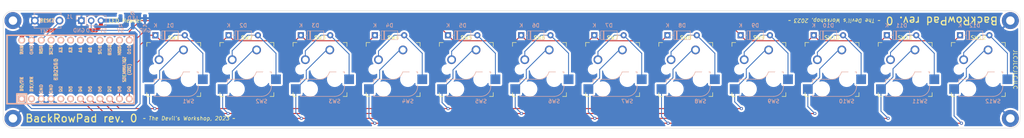
<source format=kicad_pcb>
(kicad_pcb (version 20211014) (generator pcbnew)
  (title_block (title "BackRow-Pad") (date "2023-03-12") (rev "0"))
  (layers (0 "F.Cu" signal) (31 "B.Cu" signal) (34 "B.Paste" user) (35 "F.Paste" user) (36 "B.SilkS" user "B.Silkscreen") (37 "F.SilkS" user "F.Silkscreen") (38 "B.Mask" user) (39 "F.Mask" user) (44 "Edge.Cuts" user))
  (net 0 "")
  (net 1 "row_0")
  (net 2 "Net-(D1-Pad2)")
  (net 3 "Net-(D2-Pad2)")
  (net 4 "Net-(D3-Pad2)")
  (net 5 "Net-(D4-Pad2)")
  (net 6 "row_1")
  (net 7 "Net-(D5-Pad2)")
  (net 8 "Net-(D6-Pad2)")
  (net 9 "Net-(D7-Pad2)")
  (net 10 "Net-(D8-Pad2)")
  (net 11 "row_2")
  (net 12 "Net-(D9-Pad2)")
  (net 13 "Net-(D10-Pad2)")
  (net 14 "Net-(D11-Pad2)")
  (net 15 "Net-(D12-Pad2)")
  (net 16 "GND")
  (net 17 "LED")
  (net 18 "5V")
  (net 19 "col_3")
  (net 20 "col_2")
  (net 21 "col_1")
  (net 22 "col_0")
  (net 23 "RST")
  (net 34 "VCC")
  (footprint "Keyswitches:Kailh_socket_MX_optional" (layer "F.Cu") (at 159 80.01)
    (fp_text reference "SW6")
    (fp_text value "SW_Push")
  )
  (footprint "MountingHole:MountingHole_2.2mm_M2_Pad_TopBottom" (layer "F.Cu") (at 22.24 67.31)
    (fp_text reference "H1" hide)
    (fp_text value "Hole")
  )
  (footprint "Keyswitches:Kailh_socket_MX_optional" (layer "F.Cu") (at 197 80.01)
    (fp_text reference "SW8")
    (fp_text value "SW_Push")
  )
  (footprint "Keyswitches:Kailh_socket_MX_optional" (layer "F.Cu") (at 254 80.01)
    (fp_text reference "SW11")
    (fp_text value "SW_Push")
  )
  (footprint "MountingHole:MountingHole_2.2mm_M2_Pad_TopBottom" (layer "F.Cu") (at 281.32 92.71)
    (fp_text reference "H3" hide)
    (fp_text value "Hole")
  )
  (footprint "MountingHole:MountingHole_2.2mm_M2_Pad_TopBottom" (layer "F.Cu") (at 281.32 67.31)
    (fp_text reference "H4" hide)
    (fp_text value "Hole")
  )
  (footprint "Keyswitches:Kailh_socket_MX_optional" (layer "F.Cu") (at 83 80.01)
    (fp_text reference "SW2")
    (fp_text value "SW_Push")
  )
  (footprint "MountingHole:MountingHole_2.2mm_M2_Pad_TopBottom" (layer "F.Cu") (at 22.24 92.71)
    (fp_text reference "H2" hide)
    (fp_text value "Hole")
  )
  (footprint "Keyswitches:Kailh_socket_MX_optional" (layer "F.Cu") (at 64 80.01)
    (fp_text reference "SW1")
    (fp_text value "SW_Push")
  )
  (footprint "Keyswitches:Kailh_socket_MX_optional" (layer "F.Cu") (at 140 80.01)
    (fp_text reference "SW5")
    (fp_text value "SW_Push")
  )
  (footprint "Keyswitches:Kailh_socket_MX_optional" (layer "F.Cu") (at 121 80.01)
    (fp_text reference "SW4")
    (fp_text value "SW_Push")
  )
  (footprint "Keyswitches:Kailh_socket_MX_optional" (layer "F.Cu") (at 216 80.01)
    (fp_text reference "SW9")
    (fp_text value "SW_Push")
  )
  (footprint "Keyswitches:Kailh_socket_MX_optional" (layer "F.Cu") (at 235 80.01)
    (fp_text reference "SW10")
    (fp_text value "SW_Push")
  )
  (footprint "Keyswitches:Kailh_socket_MX_optional" (layer "F.Cu") (at 178 80.01)
    (fp_text reference "SW7")
    (fp_text value "SW_Push")
  )
  (footprint "RaspberryPi:KB2040" (layer "F.Cu") (at 38.485 80.01)
    (fp_text reference "U1" hide)
    (fp_text value "KB2040" hide)
  )
  (footprint "Keyswitches:Kailh_socket_MX_optional" (layer "F.Cu") (at 273 80.01)
    (fp_text reference "SW12")
    (fp_text value "SW_Push")
  )
  (footprint "Keyswitches:Kailh_socket_MX_optional" (layer "F.Cu") (at 102 80.01)
    (fp_text reference "SW3")
    (fp_text value "SW_Push")
  )
  (footprint "Diode_THT:D_DO-35_SOD27_P7.62mm_Horizontal" (layer "B.Cu") (at 78.25 71.12)
    (fp_text reference "D2")
    (fp_text value "1N4148")
  )
  (footprint "Diode_THT:D_DO-35_SOD27_P7.62mm_Horizontal" (layer "B.Cu") (at 268.25 71.12)
    (fp_text reference "D12")
    (fp_text value "1N4148")
  )
  (footprint "Diode_THT:D_DO-35_SOD27_P7.62mm_Horizontal" (layer "B.Cu") (at 211.25 71.12)
    (fp_text reference "D9")
    (fp_text value "1N4148")
  )
  (footprint "Diode_THT:D_DO-35_SOD27_P7.62mm_Horizontal" (layer "B.Cu") (at 173.25 71.12)
    (fp_text reference "D7")
    (fp_text value "1N4148")
  )
  (footprint "Diode_THT:D_DO-35_SOD27_P7.62mm_Horizontal" (layer "B.Cu") (at 249.25 71.12)
    (fp_text reference "D11")
    (fp_text value "1N4148")
  )
  (footprint "Connector_Wire:SolderWirePad_1x01_SMD_1x2mm" (layer "B.Cu") (at 50.18 66.675 180)
    (fp_text reference "J2")
    (fp_text value "LED_5V_Surf")
  )
  (footprint "button_pts636_tht:SW_PTS636_THT" (layer "B.Cu") (at 27.93 67.31)
    (fp_text reference "SW13")
    (fp_text value "SW_Reset")
  )
  (footprint "Connector_PinHeader_2.54mm:PinHeader_1x03_P2.54mm_Vertical" (layer "B.Cu") (at 40.02 67.31 -90)
    (fp_text reference "J1")
    (fp_text value "LED")
  )
  (footprint "Diode_THT:D_DO-35_SOD27_P7.62mm_Horizontal" (layer "B.Cu") (at 135.25 71.12)
    (fp_text reference "D5")
    (fp_text value "1N4148")
  )
  (footprint "Connector_Wire:SolderWirePad_1x01_SMD_1x2mm" (layer "B.Cu") (at 56.53 66.675 180)
    (fp_text reference "J4")
    (fp_text value "LED_GND_Surf")
  )
  (footprint "Diode_THT:D_DO-35_SOD27_P7.62mm_Horizontal" (layer "B.Cu") (at 59.25 71.12)
    (fp_text reference "D1")
    (fp_text value "1N4148")
  )
  (footprint "Diode_THT:D_DO-35_SOD27_P7.62mm_Horizontal" (layer "B.Cu") (at 230.25 71.12)
    (fp_text reference "D10")
    (fp_text value "1N4148")
  )
  (footprint "Connector_Wire:SolderWirePad_1x01_SMD_1x2mm" (layer "B.Cu") (at 53.355 68.58 180)
    (fp_text reference "J3")
    (fp_text value "LED_Data_Surf")
  )
  (footprint "Diode_THT:D_DO-35_SOD27_P7.62mm_Horizontal" (layer "B.Cu") (at 192.25 71.12)
    (fp_text reference "D8")
    (fp_text value "1N4148")
  )
  (footprint "Diode_THT:D_DO-35_SOD27_P7.62mm_Horizontal" (layer "B.Cu") (at 116.25 71.12)
    (fp_text reference "D4")
    (fp_text value "1N4148")
  )
  (footprint "Diode_THT:D_DO-35_SOD27_P7.62mm_Horizontal" (layer "B.Cu") (at 154.25 71.12)
    (fp_text reference "D6")
    (fp_text value "1N4148")
  )
  (footprint "Diode_THT:D_DO-35_SOD27_P7.62mm_Horizontal" (layer "B.Cu") (at 97.03 71.12)
    (fp_text reference "D3")
    (fp_text value "1N4148")
  )
  (gr_line (start 283.86 67.31) (end 283.86 92.71) (layer "Edge.Cuts") (width 0.1))
  (gr_arc (start 22.24 95.25) (mid 20.443949 94.506051) (end 19.7 92.71) (layer "Edge.Cuts") (width 0.1))
  (gr_arc (start 19.7 67.31) (mid 20.443949 65.513949) (end 22.24 64.77) (layer "Edge.Cuts") (width 0.1))
  (gr_line (start 281.32 95.25) (end 22.24 95.25) (layer "Edge.Cuts") (width 0.1))
  (gr_arc (start 281.32 64.77) (mid 283.116051 65.513949) (end 283.86 67.31) (layer "Edge.Cuts") (width 0.1))
  (gr_line (start 19.7 92.71) (end 19.7 67.31) (layer "Edge.Cuts") (width 0.1))
  (gr_arc (start 283.86 92.71) (mid 283.116051 94.506051) (end 281.32 95.25) (layer "Edge.Cuts") (width 0.1))
  (gr_line (start 22.24 64.77) (end 281.32 64.77) (layer "Edge.Cuts") (width 0.1))
  (gr_text "GND" (at 39.385 69.85) (layer "B.SilkS") (effects (font (size 1 1)) (justify mirror)))
  (gr_text "LED" (at 53.355 66.675) (layer "B.SilkS") (effects (font (size 1 1)) (justify mirror)))
  (gr_text "RESET" (at 31.13 70.104) (layer "B.SilkS") (effects (font (size 0.8 0.8)) (justify mirror)))
  (gr_text "GND" (at 56.53 69.85) (layer "B.SilkS") (effects (font (size 1 1)) (justify mirror)))
  (gr_text "5V" (at 45.735 69.85) (layer "B.SilkS") (effects (font (size 1 1)) (justify mirror)))
  (gr_text "5V" (at 50.18 69.85) (layer "B.SilkS") (effects (font (size 1 1)) (justify mirror)))
  (gr_text "LED" (at 42.56 69.85) (layer "B.SilkS") (effects (font (size 1 1)) (justify mirror)))
  (gr_text "~ The Devil's Workshop, 2023 ~" (at 235.6 67.31 180) (layer "F.SilkS") (effects (font (size 1 1) (thickness 0.15) italic)))
  (gr_text "LED Header" (at 51.45 67.31) (layer "F.SilkS") (effects (font (size 1 1))))
  (gr_text "BackRowPad rev. 0" (at 263.54 67.31 180) (layer "F.SilkS") (effects (font (size 2 2) (thickness 0.3))))
  (gr_text "RESET" (at 31.13 67.31) (layer "F.SilkS") (effects (font (size 0.8 0.8))))
  (gr_text "JLCJLCJLCJLC" (at 282.59 80.01 270) (layer "F.SilkS") (effects (font (size 1 1))))
  (gr_text "BackRowPad rev. 0" (at 40.02 92.71) (layer "F.SilkS") (effects (font (size 2 2) (thickness 0.3))))
  (gr_text "~ The Devil's Workshop, 2023 ~" (at 67.96 92.71) (layer "F.SilkS") (effects (font (size 1 1) (thickness 0.15) italic)))
  (segment (start 98.455 72.545) (end 114.825 72.545) (width 0.25) (layer "F.Cu") (net 1))
  (segment (start 95.605 72.545) (end 97.03 71.12) (width 0.25) (layer "F.Cu") (net 1))
  (segment (start 55.26 77.47) (end 55.26 73.66) (width 0.25) (layer "F.Cu") (net 1))
  (segment (start 78.25 71.12) (end 79.675 72.545) (width 0.25) (layer "F.Cu") (net 1))
  (segment (start 76.825 72.545) (end 78.25 71.12) (width 0.25) (layer "F.Cu") (net 1))
  (segment (start 59.25 71.12) (end 60.675 72.545) (width 0.25) (layer "F.Cu") (net 1))
  (segment (start 52.455 87.63) (end 52.455 80.275) (width 0.25) (layer "F.Cu") (net 1))
  (segment (start 52.455 80.275) (end 55.26 77.47) (width 0.25) (layer "F.Cu") (net 1))
  (segment (start 55.26 73.66) (end 57.8 71.12) (width 0.25) (layer "F.Cu") (net 1))
  (segment (start 60.675 72.545) (end 76.825 72.545) (width 0.25) (layer "F.Cu") (net 1))
  (segment (start 114.825 72.545) (end 116.25 71.12) (width 0.25) (layer "F.Cu") (net 1))
  (segment (start 97.03 71.12) (end 98.455 72.545) (width 0.25) (layer "F.Cu") (net 1))
  (segment (start 57.8 71.12) (end 59.25 71.12) (width 0.25) (layer "F.Cu") (net 1))
  (segment (start 79.675 72.545) (end 95.605 72.545) (width 0.25) (layer "F.Cu") (net 1))
  (segment (start 71.56 75.81) (end 71.56 82.55) (width 0.25) (layer "B.Cu") (net 2))
  (segment (start 64.15 71.12) (end 60.19 75.08) (width 0.25) (layer "B.Cu") (net 2))
  (segment (start 66.87 71.12) (end 64.15 71.12) (width 0.25) (layer "B.Cu") (net 2))
  (segment (start 66.87 71.12) (end 71.56 75.81) (width 0.25) (layer "B.Cu") (net 2))
  (segment (start 60.19 75.08) (end 60.19 77.47) (width 0.25) (layer "B.Cu") (net 2))
  (segment (start 79.19 75.13) (end 79.19 77.47) (width 0.25) (layer "B.Cu") (net 3))
  (segment (start 83.2 71.12) (end 79.19 75.13) (width 0.25) (layer "B.Cu") (net 3))
  (segment (start 85.87 71.12) (end 83.2 71.12) (width 0.25) (layer "B.Cu") (net 3))
  (segment (start 90.56 82.55) (end 90.56 75.81) (width 0.25) (layer "B.Cu") (net 3))
  (segment (start 90.56 75.81) (end 85.87 71.12) (width 0.25) (layer "B.Cu") (net 3))
  (segment (start 104.65 71.12) (end 102.25 71.12) (width 0.25) (layer "B.Cu") (net 4))
  (segment (start 98.19 75.18) (end 98.19 77.47) (width 0.25) (layer "B.Cu") (net 4))
  (segment (start 102.25 71.12) (end 98.19 75.18) (width 0.25) (layer "B.Cu") (net 4))
  (segment (start 109.56 76.03) (end 109.56 82.55) (width 0.25) (layer "B.Cu") (net 4))
  (segment (start 104.65 71.12) (end 109.56 76.03) (width 0.25) (layer "B.Cu") (net 4))
  (segment (start 128.56 75.81) (end 128.56 82.55) (width 0.25) (layer "B.Cu") (net 5))
  (segment (start 121.3 71.12) (end 117.19 75.23) (width 0.25) (layer "B.Cu") (net 5))
  (segment (start 123.87 71.12) (end 121.3 71.12) (width 0.25) (layer "B.Cu") (net 5))
  (segment (start 117.19 75.23) (end 117.19 77.47) (width 0.25) (layer "B.Cu") (net 5))
  (segment (start 123.87 71.12) (end 128.56 75.81) (width 0.25) (layer "B.Cu") (net 5))
  (segment (start 173.25 71.12) (end 174.675 72.545) (width 0.25) (layer "F.Cu") (net 6))
  (segment (start 57.8 68.58) (end 132.71 68.58) (width 0.25) (layer "F.Cu") (net 6))
  (segment (start 49.915 81.545) (end 53.99 77.47) (width 0.25) (layer "F.Cu") (net 6))
  (segment (start 53.99 77.47) (end 53.99 72.39) (width 0.25) (layer "F.Cu") (net 6))
  (segment (start 174.675 72.545) (end 190.825 72.545) (width 0.25) (layer "F.Cu") (net 6))
  (segment (start 155.675 72.545) (end 171.825 72.545) (width 0.25) (layer "F.Cu") (net 6))
  (segment (start 132.71 68.58) (end 135.25 71.12) (width 0.25) (layer "F.Cu") (net 6))
  (segment (start 49.915 87.63) (end 49.915 81.545) (width 0.25) (layer "F.Cu") (net 6))
  (segment (start 152.825 72.545) (end 154.25 71.12) (width 0.25) (layer "F.Cu") (net 6))
  (segment (start 136.675 72.545) (end 152.825 72.545) (width 0.25) (layer "F.Cu") (net 6))
  (segment (start 135.25 71.12) (end 136.675 72.545) (width 0.25) (layer "F.Cu") (net 6))
  (segment (start 171.825 72.545) (end 173.25 71.12) (width 0.25) (layer "F.Cu") (net 6))
  (segment (start 190.825 72.545) (end 192.25 71.12) (width 0.25) (layer "F.Cu") (net 6))
  (segment (start 154.25 71.12) (end 155.675 72.545) (width 0.25) (layer "F.Cu") (net 6))
  (segment (start 53.99 72.39) (end 57.8 68.58) (width 0.25) (layer "F.Cu") (net 6))
  (segment (start 136.19 75.28) (end 136.19 77.47) (width 0.25) (layer "B.Cu") (net 7))
  (segment (start 142.87 71.12) (end 140.35 71.12) (width 0.25) (layer "B.Cu") (net 7))
  (segment (start 140.35 71.12) (end 136.19 75.28) (width 0.25) (layer "B.Cu") (net 7))
  (segment (start 147.56 82.55) (end 147.56 75.81) (width 0.25) (layer "B.Cu") (net 7))
  (segment (start 147.56 75.81) (end 142.87 71.12) (width 0.25) (layer "B.Cu") (net 7))
  (segment (start 161.87 71.12) (end 159.4 71.12) (width 0.25) (layer "B.Cu") (net 8))
  (segment (start 159.4 71.12) (end 155.19 75.33) (width 0.25) (layer "B.Cu") (net 8))
  (segment (start 155.19 75.33) (end 155.19 77.47) (width 0.25) (layer "B.Cu") (net 8))
  (segment (start 166.56 75.81) (end 161.87 71.12) (width 0.25) (layer "B.Cu") (net 8))
  (segment (start 166.56 82.55) (end 166.56 75.81) (width 0.25) (layer "B.Cu") (net 8))
  (segment (start 185.56 75.81) (end 185.56 82.55) (width 0.25) (layer "B.Cu") (net 9))
  (segment (start 180.87 71.12) (end 185.56 75.81) (width 0.25) (layer "B.Cu") (net 9))
  (segment (start 174.19 75.38) (end 174.19 77.47) (width 0.25) (layer "B.Cu") (net 9))
  (segment (start 178.45 71.12) (end 174.19 75.38) (width 0.25) (layer "B.Cu") (net 9))
  (segment (start 180.87 71.12) (end 178.45 71.12) (width 0.25) (layer "B.Cu") (net 9))
  (segment (start 204.56 82.55) (end 204.56 75.81) (width 0.25) (layer "B.Cu") (net 10))
  (segment (start 204.56 75.81) (end 199.87 71.12) (width 0.25) (layer "B.Cu") (net 10))
  (segment (start 199.87 71.12) (end 197.5 71.12) (width 0.25) (layer "B.Cu") (net 10))
  (segment (start 197.5 71.12) (end 193.19 75.43) (width 0.25) (layer "B.Cu") (net 10))
  (segment (start 193.19 75.43) (end 193.19 77.47) (width 0.25) (layer "B.Cu") (net 10))
  (segment (start 55.26 67.31) (end 207.44 67.31) (width 0.25) (layer "F.Cu") (net 11))
  (segment (start 228.825 72.545) (end 230.25 71.12) (width 0.25) (layer "F.Cu") (net 11))
  (segment (start 212.675 72.545) (end 228.825 72.545) (width 0.25) (layer "F.Cu") (net 11))
  (segment (start 230.25 71.12) (end 231.675 72.545) (width 0.25) (layer "F.Cu") (net 11))
  (segment (start 249.25 71.12) (end 250.675 72.545) (width 0.25) (layer "F.Cu") (net 11))
  (segment (start 250.675 72.545) (end 266.825 72.545) (width 0.25) (layer "F.Cu") (net 11))
  (segment (start 211.25 71.12) (end 212.675 72.545) (width 0.25) (layer "F.Cu") (net 11))
  (segment (start 247.825 72.545) (end 249.25 71.12) (width 0.25) (layer "F.Cu") (net 11))
  (segment (start 207.44 67.31) (end 211.25 71.12) (width 0.25) (layer "F.Cu") (net 11))
  (segment (start 52.455 70.115) (end 55.26 67.31) (width 0.25) (layer "F.Cu") (net 11))
  (segment (start 266.825 72.545) (end 268.25 71.12) (width 0.25) (layer "F.Cu") (net 11))
  (segment (start 52.455 72.39) (end 52.455 70.115) (width 0.25) (layer "F.Cu") (net 11))
  (segment (start 231.675 72.545) (end 247.825 72.545) (width 0.25) (layer "F.Cu") (net 11))
  (segment (start 223.56 82.55) (end 223.56 75.81) (width 0.25) (layer "B.Cu") (net 12))
  (segment (start 212.19 75.48) (end 212.19 77.47) (width 0.25) (layer "B.Cu") (net 12))
  (segment (start 218.87 71.12) (end 216.55 71.12) (width 0.25) (layer "B.Cu") (net 12))
  (segment (start 216.55 71.12) (end 212.19 75.48) (width 0.25) (layer "B.Cu") (net 12))
  (segment (start 223.56 75.81) (end 218.87 71.12) (width 0.25) (layer "B.Cu") (net 12))
  (segment (start 242.56 82.55) (end 242.56 75.81) (width 0.25) (layer "B.Cu") (net 13))
  (segment (start 231.19 75.53) (end 231.19 77.47) (width 0.25) (layer "B.Cu") (net 13))
  (segment (start 242.56 75.81) (end 237.87 71.12) (width 0.25) (layer "B.Cu") (net 13))
  (segment (start 237.87 71.12) (end 235.6 71.12) (width 0.25) (layer "B.Cu") (net 13))
  (segment (start 235.6 71.12) (end 231.19 75.53) (width 0.25) (layer "B.Cu") (net 13))
  (segment (start 261.56 82.55) (end 261.56 75.81) (width 0.25) (layer "B.Cu") (net 14))
  (segment (start 254.65 71.12) (end 250.19 75.58) (width 0.25) (layer "B.Cu") (net 14))
  (segment (start 261.56 75.81) (end 256.87 71.12) (width 0.25) (layer "B.Cu") (net 14))
  (segment (start 256.87 71.12) (end 254.65 71.12) (width 0.25) (layer "B.Cu") (net 14))
  (segment (start 250.19 75.58) (end 250.19 77.47) (width 0.25) (layer "B.Cu") (net 14))
  (segment (start 269.19 75.63) (end 269.19 77.47) (width 0.25) (layer "B.Cu") (net 15))
  (segment (start 280.56 82.55) (end 280.56 75.81) (width 0.25) (layer "B.Cu") (net 15))
  (segment (start 273.7 71.12) (end 269.19 75.63) (width 0.25) (layer "B.Cu") (net 15))
  (segment (start 280.56 75.81) (end 275.87 71.12) (width 0.25) (layer "B.Cu") (net 15))
  (segment (start 275.87 71.12) (end 273.7 71.12) (width 0.25) (layer "B.Cu") (net 15))
  (segment (start 53.99 90.17) (end 55.26 88.9) (width 0.25) (layer "B.Cu") (net 17))
  (segment (start 27.055 90.17) (end 53.99 90.17) (width 0.25) (layer "B.Cu") (net 17))
  (segment (start 52.085 69.85) (end 43.195 69.85) (width 0.25) (layer "B.Cu") (net 17))
  (segment (start 55.26 70.485) (end 53.355 68.58) (width 0.25) (layer "B.Cu") (net 17))
  (segment (start 53.355 68.58) (end 52.085 69.85) (width 0.25) (layer "B.Cu") (net 17))
  (segment (start 24.515 87.63) (end 27.055 90.17) (width 0.25) (layer "B.Cu") (net 17))
  (segment (start 55.26 88.9) (end 55.26 70.485) (width 0.25) (layer "B.Cu") (net 17))
  (segment (start 43.195 69.85) (end 42.56 69.215) (width 0.25) (layer "B.Cu") (net 17))
  (segment (start 42.56 69.215) (end 42.56 67.31) (width 0.25) (layer "B.Cu") (net 17))
  (segment (start 24.515 72.39) (end 24.515 71.385) (width 1) (layer "F.Cu") (net 18))
  (segment (start 43.83 69.85) (end 45.1 68.58) (width 1) (layer "F.Cu") (net 18))
  (segment (start 24.515 71.385) (end 26.05 69.85) (width 1) (layer "F.Cu") (net 18))
  (segment (start 26.05 69.85) (end 43.83 69.85) (width 1) (layer "F.Cu") (net 18))
  (segment (start 45.1 68.58) (end 45.1 67.31) (width 1) (layer "F.Cu") (net 18))
  (segment (start 45.1 67.31) (end 49.545 67.31) (width 1) (layer "B.Cu") (net 18))
  (segment (start 49.545 67.31) (end 50.18 66.675) (width 1) (layer "B.Cu") (net 18))
  (segment (start 135.27 90.17) (end 211.47 90.17) (width 0.25) (layer "F.Cu") (net 19))
  (segment (start 59.07 90.17) (end 49.915 90.17) (width 0.25) (layer "F.Cu") (net 19))
  (segment (start 49.915 90.17) (end 47.375 87.63) (width 0.25) (layer "F.Cu") (net 19))
  (segment (start 59.07 90.17) (end 135.27 90.17) (width 0.25) (layer "F.Cu") (net 19))
  (via (at 211.47 90.17) (size 0.8) (drill 0.4) (layers "F.Cu" "B.Cu") (net 19))
  (via (at 135.27 90.17) (size 0.8) (drill 0.4) (layers "F.Cu" "B.Cu") (net 19))
  (via (at 59.07 90.17) (size 0.8) (drill 0.4) (layers "F.Cu" "B.Cu") (net 19))
  (segment (start 66.54 74.93) (end 65.729867 74.93) (width 0.25) (layer "B.Cu") (net 19))
  (segment (start 212.74 82.06) (end 209.71 85.09) (width 0.25) (layer "B.Cu") (net 19))
  (segment (start 57.71 85.09) (end 57.71 88.81) (width 0.25) (layer "B.Cu") (net 19))
  (segment (start 212.74 79.919867) (end 212.74 82.06) (width 0.25) (layer "B.Cu") (net 19))
  (segment (start 141.729867 74.93) (end 136.54 80.119867) (width 0.25) (layer "B.Cu") (net 19))
  (segment (start 209.71 88.41) (end 211.47 90.17) (width 0.25) (layer "B.Cu") (net 19))
  (segment (start 57.71 88.81) (end 59.07 90.17) (width 0.25) (layer "B.Cu") (net 19))
  (segment (start 136.54 82.26) (end 133.71 85.09) (width 0.25) (layer "B.Cu") (net 19))
  (segment (start 142.54 74.93) (end 141.729867 74.93) (width 0.25) (layer "B.Cu") (net 19))
  (segment (start 133.71 85.09) (end 133.71 88.61) (width 0.25) (layer "B.Cu") (net 19))
  (segment (start 217.729867 74.93) (end 212.74 79.919867) (width 0.25) (layer "B.Cu") (net 19))
  (segment (start 209.71 85.09) (end 209.71 88.41) (width 0.25) (layer "B.Cu") (net 19))
  (segment (start 60.34 80.319867) (end 60.34 82.46) (width 0.25) (layer "B.Cu") (net 19))
  (segment (start 133.71 88.61) (end 135.27 90.17) (width 0.25) (layer "B.Cu") (net 19))
  (segment (start 65.729867 74.93) (end 60.34 80.319867) (width 0.25) (layer "B.Cu") (net 19))
  (segment (start 60.34 82.46) (end 57.71 85.09) (width 0.25) (layer "B.Cu") (net 19))
  (segment (start 218.54 74.93) (end 217.729867 74.93) (width 0.25) (layer "B.Cu") (net 19))
  (segment (start 136.54 80.119867) (end 136.54 82.26) (width 0.25) (layer "B.Cu") (net 19))
  (segment (start 48.645 91.44) (end 44.835 87.63) (width 0.25) (layer "F.Cu") (net 20))
  (segment (start 154.32 91.44) (end 230.52 91.44) (width 0.25) (layer "F.Cu") (net 20))
  (segment (start 78.12 91.44) (end 154.32 91.44) (width 0.25) (layer "F.Cu") (net 20))
  (segment (start 78.12 91.44) (end 48.645 91.44) (width 0.25) (layer "F.Cu") (net 20))
  (via (at 78.12 91.44) (size 0.8) (drill 0.4) (layers "F.Cu" "B.Cu") (net 20))
  (via (at 230.52 91.44) (size 0.8) (drill 0.4) (layers "F.Cu" "B.Cu") (net 20))
  (via (at 154.32 91.44) (size 0.8) (drill 0.4) (layers "F.Cu" "B.Cu") (net 20))
  (segment (start 85.54 74.93) (end 84.729867 74.93) (width 0.25) (layer "B.Cu") (net 20))
  (segment (start 155.59 80.069867) (end 155.59 82.21) (width 0.25) (layer "B.Cu") (net 20))
  (segment (start 231.79 82.01) (end 228.71 85.09) (width 0.25) (layer "B.Cu") (net 20))
  (segment (start 160.729867 74.93) (end 155.59 80.069867) (width 0.25) (layer "B.Cu") (net 20))
  (segment (start 152.71 89.83) (end 154.32 91.44) (width 0.25) (layer "B.Cu") (net 20))
  (segment (start 76.71 85.09) (end 76.71 90.03) (width 0.25) (layer "B.Cu") (net 20))
  (segment (start 155.59 82.21) (end 152.71 85.09) (width 0.25) (layer "B.Cu") (net 20))
  (segment (start 237.54 74.93) (end 236.729867 74.93) (width 0.25) (layer "B.Cu") (net 20))
  (segment (start 228.71 89.63) (end 230.52 91.44) (width 0.25) (layer "B.Cu") (net 20))
  (segment (start 76.71 90.03) (end 78.12 91.44) (width 0.25) (layer "B.Cu") (net 20))
  (segment (start 236.729867 74.93) (end 231.79 79.869867) (width 0.25) (layer "B.Cu") (net 20))
  (segment (start 228.71 85.09) (end 228.71 89.63) (width 0.25) (layer "B.Cu") (net 20))
  (segment (start 79.234174 82.565826) (end 76.71 85.09) (width 0.25) (layer "B.Cu") (net 20))
  (segment (start 152.71 85.09) (end 152.71 89.83) (width 0.25) (layer "B.Cu") (net 20))
  (segment (start 231.79 79.869867) (end 231.79 82.01) (width 0.25) (layer "B.Cu") (net 20))
  (segment (start 84.729867 74.93) (end 79.234174 80.425693) (width 0.25) (layer "B.Cu") (net 20))
  (segment (start 79.234174 80.425693) (end 79.234174 82.565826) (width 0.25) (layer "B.Cu") (net 20))
  (segment (start 161.54 74.93) (end 160.729867 74.93) (width 0.25) (layer "B.Cu") (net 20))
  (segment (start 97.17 92.71) (end 47.375 92.71) (width 0.25) (layer "F.Cu") (net 21))
  (segment (start 47.375 92.71) (end 42.295 87.63) (width 0.25) (layer "F.Cu") (net 21))
  (segment (start 173.37 92.71) (end 249.57 92.71) (width 0.25) (layer "F.Cu") (net 21))
  (segment (start 97.17 92.71) (end 173.37 92.71) (width 0.25) (layer "F.Cu") (net 21))
  (via (at 249.57 92.71) (size 0.8) (drill 0.4) (layers "F.Cu" "B.Cu") (net 21))
  (via (at 97.17 92.71) (size 0.8) (drill 0.4) (layers "F.Cu" "B.Cu") (net 21))
  (via (at 173.37 92.71) (size 0.8) (drill 0.4) (layers "F.Cu" "B.Cu") (net 21))
  (segment (start 180.54 74.93) (end 179.729867 74.93) (width 0.25) (layer "B.Cu") (net 21))
  (segment (start 247.71 85.09) (end 247.71 90.85) (width 0.25) (layer "B.Cu") (net 21))
  (segment (start 174.64 82.16) (end 171.71 85.09) (width 0.25) (layer "B.Cu") (net 21))
  (segment (start 255.729867 74.93) (end 250.84 79.819867) (width 0.25) (layer "B.Cu") (net 21))
  (segment (start 179.729867 74.93) (end 174.64 80.019867) (width 0.25) (layer "B.Cu") (net 21))
  (segment (start 171.71 85.09) (end 171.71 91.05) (width 0.25) (layer "B.Cu") (net 21))
  (segment (start 95.71 91.25) (end 97.17 92.71) (width 0.25) (layer "B.Cu") (net 21))
  (segment (start 250.84 81.96) (end 247.71 85.09) (width 0.25) (layer "B.Cu") (net 21))
  (segment (start 95.71 85.09) (end 95.71 91.25) (width 0.25) (layer "B.Cu") (net 21))
  (segment (start 247.71 90.85) (end 249.57 92.71) (width 0.25) (layer "B.Cu") (net 21))
  (segment (start 256.54 74.93) (end 255.729867 74.93) (width 0.25) (layer "B.Cu") (net 21))
  (segment (start 98.44 80.219867) (end 98.44 82.36) (width 0.25) (layer "B.Cu") (net 21))
  (segment (start 174.64 80.019867) (end 174.64 82.16) (width 0.25) (layer "B.Cu") (net 21))
  (segment (start 250.84 79.819867) (end 250.84 81.96) (width 0.25) (layer "B.Cu") (net 21))
  (segment (start 98.44 82.36) (end 95.71 85.09) (width 0.25) (layer "B.Cu") (net 21))
  (segment (start 171.71 91.05) (end 173.37 92.71) (width 0.25) (layer "B.Cu") (net 21))
  (segment (start 103.729867 74.93) (end 98.44 80.219867) (width 0.25) (layer "B.Cu") (net 21))
  (segment (start 104.54 74.93) (end 103.729867 74.93) (width 0.25) (layer "B.Cu") (net 21))
  (segment (start 46.105 93.98) (end 39.755 87.63) (width 0.25) (layer "F.Cu") (net 22))
  (segment (start 192.42 93.98) (end 268.62 93.98) (width 0.25) (layer "F.Cu") (net 22))
  (segment (start 116.22 93.98) (end 46.105 93.98) (width 0.25) (layer "F.Cu") (net 22))
  (segment (start 116.22 93.98) (end 192.42 93.98) (width 0.25) (layer "F.Cu") (net 22))
  (via (at 192.42 93.98) (size 0.8) (drill 0.4) (layers "F.Cu" "B.Cu") (net 22))
  (via (at 116.22 93.98) (size 0.8) (drill 0.4) (layers "F.Cu" "B.Cu") (net 22))
  (via (at 268.62 93.98) (size 0.8) (drill 0.4) (layers "F.Cu" "B.Cu") (net 22))
  (segment (start 114.71 85.09) (end 114.71 92.47) (width 0.25) (layer "B.Cu") (net 22))
  (segment (start 275.54 74.93) (end 274.729867 74.93) (width 0.25) (layer "B.Cu") (net 22))
  (segment (start 266.71 92.07) (end 268.62 93.98) (width 0.25) (layer "B.Cu") (net 22))
  (segment (start 198.729867 74.93) (end 193.69 79.969867) (width 0.25) (layer "B.Cu") (net 22))
  (segment (start 269.89 79.769867) (end 269.89 81.91) (width 0.25) (layer "B.Cu") (net 22))
  (segment (start 190.71 92.27) (end 192.42 93.98) (width 0.25) (layer "B.Cu") (net 22))
  (segment (start 117.49 80.169867) (end 117.49 82.31) (width 0.25) (layer "B.Cu") (net 22))
  (segment (start 193.69 79.969867) (end 193.69 82.11) (width 0.25) (layer "B.Cu") (net 22))
  (segment (start 114.71 92.47) (end 116.22 93.98) (width 0.25) (layer "B.Cu") (net 22))
  (segment (start 123.54 74.93) (end 122.729867 74.93) (width 0.25) (layer "B.Cu") (net 22))
  (segment (start 193.69 82.11) (end 190.71 85.09) (width 0.25) (layer "B.Cu") (net 22))
  (segment (start 190.71 85.09) (end 190.71 92.27) (width 0.25) (layer "B.Cu") (net 22))
  (segment (start 269.89 81.91) (end 266.71 85.09) (width 0.25) (layer "B.Cu") (net 22))
  (segment (start 266.71 85.09) (end 266.71 92.07) (width 0.25) (layer "B.Cu") (net 22))
  (segment (start 117.49 82.31) (end 114.71 85.09) (width 0.25) (layer "B.Cu") (net 22))
  (segment (start 122.729867 74.93) (end 117.49 80.169867) (width 0.25) (layer "B.Cu") (net 22))
  (segment (start 199.54 74.93) (end 198.729867 74.93) (width 0.25) (layer "B.Cu") (net 22))
  (segment (start 274.729867 74.93) (end 269.89 79.769867) (width 0.25) (layer "B.Cu") (net 22))
  (segment (start 29.595 72.39) (end 34.33 67.655) (width 0.25) (layer "B.Cu") (net 23))
  (segment (start 34.33 67.655) (end 34.33 67.31) (width 0.25) (layer "B.Cu") (net 23))
  (zone (net 16) (net_name "GND") (layer "B.Cu") (connect_pads (clearance 0.508)) (min_thickness 0.254) (fill yes (thermal_gap 0.508) (thermal_bridge_width 0.508))
    (polygon (pts (xy 284.875 97.79) (xy 18.875 97.79) (xy 18.875 62.23) (xy 284.875 62.23)))
  )
)
</source>
